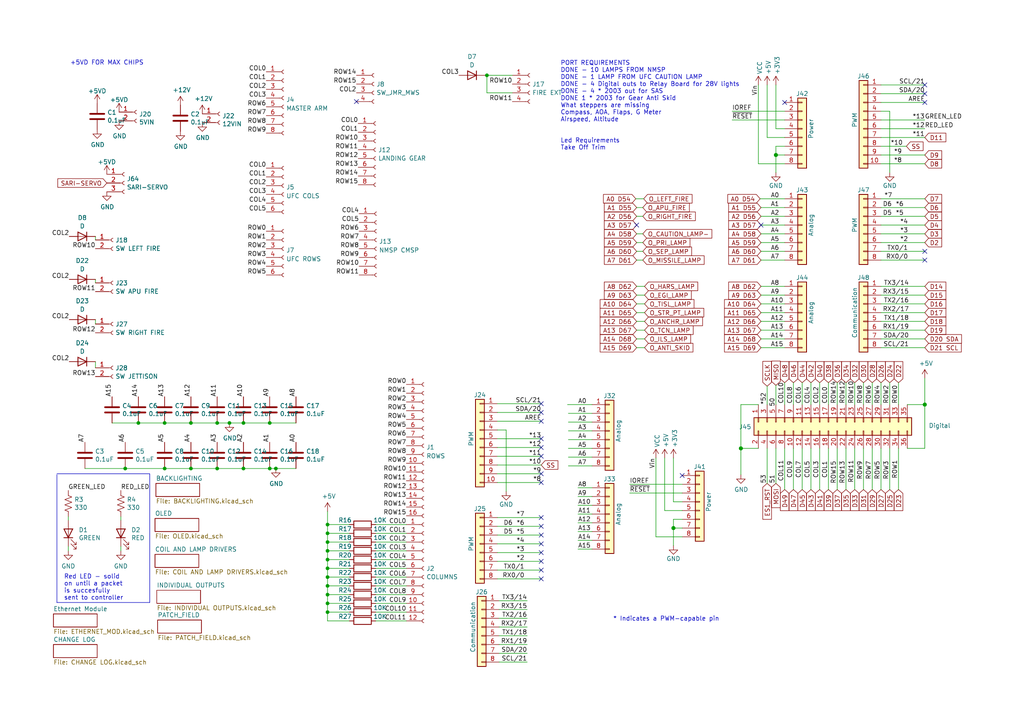
<source format=kicad_sch>
(kicad_sch (version 20231120) (generator "eeschema") (generator_version "8.0")
  (paper "A4")
  (title_block (date "mar. 31 mars 2015"))
  (junction (at 94.996 164.846))
  (junction (at 94.996 157.226))
  (junction (at 40.132 122.682))
  (junction (at 94.996 172.466))
  (junction (at 214.884 130.048) (diameter 1.016))
  (junction (at 62.992 135.89))
  (junction (at 78.232 135.89))
  (junction (at 141.224 21.844))
  (junction (at 78.232 122.682))
  (junction (at 225.044 44.958) (diameter 1.016))
  (junction (at 80.01 135.89))
  (junction (at 55.372 135.89))
  (junction (at 94.996 167.386))
  (junction (at 55.372 122.682))
  (junction (at 94.996 177.546))
  (junction (at 94.996 152.146))
  (junction (at 47.752 122.682))
  (junction (at 94.996 159.766))
  (junction (at 94.996 154.686))
  (junction (at 94.996 169.926))
  (junction (at 62.992 122.682))
  (junction (at 47.752 135.89))
  (junction (at 70.612 122.682))
  (junction (at 70.612 135.89))
  (junction (at 36.322 135.89))
  (junction (at 94.996 175.006))
  (junction (at 94.996 162.306))
  (junction (at 195.326 153.162) (diameter 1.016))
  (junction (at 268.224 117.348) (diameter 1.016))
  (junction (at 66.548 122.682))
  (no_connect (at 156.972 167.894))
  (no_connect (at 156.972 162.814))
  (no_connect (at 156.972 117.094))
  (no_connect (at 156.972 165.354))
  (no_connect (at 156.972 129.794))
  (no_connect (at 156.972 122.174))
  (no_connect (at 156.972 132.334))
  (no_connect (at 156.972 139.954))
  (no_connect (at 156.972 152.654))
  (no_connect (at 156.972 119.634))
  (no_connect (at 156.972 137.414))
  (no_connect (at 156.972 150.114))
  (no_connect (at 197.866 137.922))
  (no_connect (at 156.972 160.274))
  (no_connect (at 220.726 65.278))
  (no_connect (at 156.972 155.194))
  (no_connect (at 156.972 127.254))
  (no_connect (at 184.658 65.278))
  (no_connect (at 227.584 29.718))
  (no_connect (at 268.224 29.718))
  (no_connect (at 268.224 27.178))
  (no_connect (at 268.224 24.638))
  (no_connect (at 268.224 72.898))
  (no_connect (at 268.224 75.438))
  (no_connect (at 103.378 29.464))
  (no_connect (at 156.972 157.734))
  (wire (pts (xy 140.716 21.844) (xy 141.224 21.844)))
  (wire (pts (xy 108.966 175.006) (xy 117.856 175.006)))
  (wire (pts (xy 255.524 75.438) (xy 268.224 75.438)))
  (wire (pts (xy 255.524 42.418) (xy 262.89 42.418)))
  (wire (pts (xy 309.626 83.058) (xy 315.468 83.058)))
  (wire (pts (xy 220.472 57.658) (xy 227.584 57.658)))
  (polyline (pts (xy 43.434 174.752) (xy 43.434 137.414)))
  (wire (pts (xy 94.996 175.006) (xy 94.996 177.546)))
  (wire (pts (xy 144.272 167.894) (xy 156.972 167.894)))
  (wire (pts (xy 101.346 169.926) (xy 94.996 169.926)))
  (wire (pts (xy 220.726 62.738) (xy 227.584 62.738)))
  (wire (pts (xy 190.246 155.702) (xy 190.246 132.842)))
  (wire (pts (xy 237.744 110.998) (xy 237.744 117.348)))
  (wire (pts (xy 184.658 98.298) (xy 186.944 98.298)))
  (wire (pts (xy 184.658 100.838) (xy 186.944 100.838)))
  (wire (pts (xy 220.726 83.058) (xy 227.584 83.058)))
  (wire (pts (xy 255.524 24.638) (xy 268.224 24.638)))
  (polyline (pts (xy 16.51 137.414) (xy 43.434 137.414)))
  (wire (pts (xy 220.726 100.838) (xy 227.584 100.838)))
  (wire (pts (xy 146.812 124.714) (xy 146.812 142.494)))
  (wire (pts (xy 144.272 160.274) (xy 156.972 160.274)))
  (wire (pts (xy 268.224 117.348) (xy 268.224 130.048)))
  (wire (pts (xy 101.346 152.146) (xy 94.996 152.146)))
  (wire (pts (xy 309.372 70.358) (xy 315.468 70.358)))
  (wire (pts (xy 66.548 122.682) (xy 70.612 122.682)))
  (wire (pts (xy 184.658 95.758) (xy 186.944 95.758)))
  (wire (pts (xy 141.224 26.924) (xy 141.224 21.844)))
  (wire (pts (xy 62.992 135.89) (xy 70.612 135.89)))
  (wire (pts (xy 219.964 117.348) (xy 214.884 117.348)))
  (wire (pts (xy 220.726 90.678) (xy 227.584 90.678)))
  (wire (pts (xy 164.846 130.048) (xy 171.704 130.048)))
  (wire (pts (xy 245.364 110.998) (xy 245.364 117.348)))
  (wire (pts (xy 255.524 88.138) (xy 268.224 88.138)))
  (wire (pts (xy 225.044 42.418) (xy 225.044 44.958)))
  (wire (pts (xy 220.726 75.438) (xy 227.584 75.438)))
  (wire (pts (xy 184.404 57.658) (xy 186.69 57.658)))
  (wire (pts (xy 101.346 157.226) (xy 94.996 157.226)))
  (wire (pts (xy 242.824 130.048) (xy 242.824 141.986)))
  (wire (pts (xy 232.664 110.998) (xy 232.664 117.348)))
  (wire (pts (xy 164.846 135.128) (xy 171.704 135.128)))
  (wire (pts (xy 108.966 164.846) (xy 117.856 164.846)))
  (wire (pts (xy 197.866 155.702) (xy 190.246 155.702)))
  (wire (pts (xy 94.996 180.086) (xy 101.346 180.086)))
  (wire (pts (xy 184.658 62.738) (xy 186.436 62.738)))
  (wire (pts (xy 225.044 111.76) (xy 225.044 117.348)))
  (wire (pts (xy 94.996 177.546) (xy 101.346 177.546)))
  (wire (pts (xy 144.272 132.334) (xy 156.972 132.334)))
  (wire (pts (xy 94.996 177.546) (xy 94.996 180.086)))
  (wire (pts (xy 108.966 154.686) (xy 117.856 154.686)))
  (wire (pts (xy 101.346 162.306) (xy 94.996 162.306)))
  (wire (pts (xy 225.044 44.958) (xy 225.044 50.038)))
  (wire (pts (xy 27.686 92.71) (xy 27.686 93.98)))
  (wire (pts (xy 167.64 154.178) (xy 171.704 154.178)))
  (wire (pts (xy 255.524 130.048) (xy 255.524 141.986)))
  (wire (pts (xy 182.626 140.462) (xy 197.866 140.462)))
  (wire (pts (xy 225.044 37.338) (xy 227.584 37.338)))
  (wire (pts (xy 144.272 137.414) (xy 156.972 137.414)))
  (wire (pts (xy 240.284 130.048) (xy 240.284 141.986)))
  (wire (pts (xy 182.626 143.002) (xy 197.866 143.002)))
  (wire (pts (xy 222.504 39.878) (xy 227.584 39.878)))
  (wire (pts (xy 245.364 130.048) (xy 245.364 141.986)))
  (wire (pts (xy 184.658 90.678) (xy 186.944 90.678)))
  (wire (pts (xy 19.812 149.86) (xy 19.812 150.876)))
  (wire (pts (xy 222.504 24.638) (xy 222.504 39.878)))
  (wire (pts (xy 309.372 57.658) (xy 315.468 57.658)))
  (wire (pts (xy 230.124 130.048) (xy 230.124 141.986)))
  (polyline (pts (xy 16.51 137.668) (xy 16.51 174.752)))
  (wire (pts (xy 252.984 130.048) (xy 252.984 141.986)))
  (wire (pts (xy 94.996 148.336) (xy 94.996 152.146)))
  (wire (pts (xy 220.726 72.898) (xy 227.584 72.898)))
  (wire (pts (xy 144.272 152.654) (xy 156.972 152.654)))
  (wire (pts (xy 108.966 180.086) (xy 117.856 180.086)))
  (wire (pts (xy 184.658 85.598) (xy 186.944 85.598)))
  (wire (pts (xy 255.524 34.798) (xy 268.224 34.798)))
  (wire (pts (xy 220.726 98.298) (xy 227.584 98.298)))
  (wire (pts (xy 108.966 157.226) (xy 117.856 157.226)))
  (wire (pts (xy 225.044 24.638) (xy 225.044 37.338)))
  (wire (pts (xy 220.726 88.138) (xy 227.584 88.138)))
  (wire (pts (xy 255.524 57.658) (xy 268.224 57.658)))
  (wire (pts (xy 141.224 21.844) (xy 148.59 21.844)))
  (wire (pts (xy 255.524 37.338) (xy 268.224 37.338)))
  (wire (pts (xy 62.992 122.682) (xy 66.548 122.682)))
  (wire (pts (xy 255.524 60.198) (xy 268.224 60.198)))
  (wire (pts (xy 144.78 174.244) (xy 152.908 174.244)))
  (wire (pts (xy 144.272 119.634) (xy 156.972 119.634)))
  (wire (pts (xy 167.64 144.018) (xy 171.704 144.018)))
  (wire (pts (xy 255.524 90.678) (xy 268.224 90.678)))
  (wire (pts (xy 164.846 122.428) (xy 171.704 122.428)))
  (wire (pts (xy 192.786 132.842) (xy 192.786 148.082)))
  (wire (pts (xy 195.326 132.842) (xy 195.326 145.542)))
  (wire (pts (xy 255.524 95.758) (xy 268.224 95.758)))
  (wire (pts (xy 195.326 150.622) (xy 195.326 153.162)))
  (wire (pts (xy 144.78 179.324) (xy 152.908 179.324)))
  (wire (pts (xy 164.846 127.508) (xy 171.704 127.508)))
  (wire (pts (xy 167.64 149.098) (xy 171.704 149.098)))
  (wire (pts (xy 144.272 124.714) (xy 146.812 124.714)))
  (wire (pts (xy 214.884 117.348) (xy 214.884 130.048)))
  (wire (pts (xy 101.346 175.006) (xy 94.996 175.006)))
  (wire (pts (xy 101.346 172.466) (xy 94.996 172.466)))
  (wire (pts (xy 219.964 130.048) (xy 214.884 130.048)))
  (wire (pts (xy 101.346 154.686) (xy 94.996 154.686)))
  (wire (pts (xy 255.524 44.958) (xy 268.224 44.958)))
  (wire (pts (xy 108.966 162.306) (xy 117.856 162.306)))
  (wire (pts (xy 144.272 165.354) (xy 156.972 165.354)))
  (wire (pts (xy 220.726 67.818) (xy 227.584 67.818)))
  (wire (pts (xy 144.272 157.734) (xy 156.972 157.734)))
  (wire (pts (xy 85.852 135.89) (xy 80.01 135.89)))
  (wire (pts (xy 235.204 110.998) (xy 235.204 117.348)))
  (wire (pts (xy 108.966 172.466) (xy 117.856 172.466)))
  (wire (pts (xy 250.444 130.048) (xy 250.444 141.986)))
  (wire (pts (xy 255.524 65.278) (xy 268.224 65.278)))
  (wire (pts (xy 101.346 159.766) (xy 94.996 159.766)))
  (wire (pts (xy 184.658 72.898) (xy 186.436 72.898)))
  (wire (pts (xy 242.824 110.998) (xy 242.824 117.348)))
  (wire (pts (xy 237.744 130.048) (xy 237.744 141.986)))
  (wire (pts (xy 184.658 93.218) (xy 186.944 93.218)))
  (wire (pts (xy 144.272 129.794) (xy 156.972 129.794)))
  (wire (pts (xy 227.584 130.048) (xy 227.584 141.986)))
  (wire (pts (xy 220.726 70.358) (xy 227.584 70.358)))
  (wire (pts (xy 195.326 153.162) (xy 195.326 158.242)))
  (wire (pts (xy 212.344 32.258) (xy 227.584 32.258)))
  (wire (pts (xy 70.612 135.89) (xy 78.232 135.89)))
  (wire (pts (xy 144.78 176.784) (xy 152.908 176.784)))
  (wire (pts (xy 94.996 172.466) (xy 94.996 175.006)))
  (wire (pts (xy 36.322 135.89) (xy 47.752 135.89)))
  (wire (pts (xy 197.866 150.622) (xy 195.326 150.622)))
  (wire (pts (xy 167.64 156.718) (xy 171.704 156.718)))
  (wire (pts (xy 255.524 85.598) (xy 268.224 85.598)))
  (wire (pts (xy 184.658 67.818) (xy 186.436 67.818)))
  (wire (pts (xy 268.224 109.728) (xy 268.224 117.348)))
  (wire (pts (xy 35.052 158.496) (xy 35.052 159.766)))
  (wire (pts (xy 258.064 32.258) (xy 258.064 50.038)))
  (wire (pts (xy 144.272 162.814) (xy 156.972 162.814)))
  (wire (pts (xy 94.996 169.926) (xy 94.996 172.466)))
  (wire (pts (xy 255.524 100.838) (xy 268.224 100.838)))
  (wire (pts (xy 167.64 159.258) (xy 171.704 159.258)))
  (wire (pts (xy 144.78 192.024) (xy 152.908 192.024)))
  (wire (pts (xy 255.524 29.718) (xy 268.224 29.718)))
  (wire (pts (xy 167.64 141.478) (xy 171.704 141.478)))
  (wire (pts (xy 263.144 117.348) (xy 268.224 117.348)))
  (wire (pts (xy 260.604 110.998) (xy 260.604 117.348)))
  (wire (pts (xy 255.524 93.218) (xy 268.224 93.218)))
  (wire (pts (xy 220.726 65.278) (xy 227.584 65.278)))
  (wire (pts (xy 35.052 149.86) (xy 35.052 150.876)))
  (wire (pts (xy 144.78 186.944) (xy 152.908 186.944)))
  (wire (pts (xy 220.726 95.758) (xy 227.584 95.758)))
  (wire (pts (xy 167.64 151.638) (xy 171.704 151.638)))
  (wire (pts (xy 212.344 34.798) (xy 227.584 34.798)))
  (wire (pts (xy 108.966 167.386) (xy 117.856 167.386)))
  (wire (pts (xy 148.59 26.924) (xy 141.224 26.924)))
  (wire (pts (xy 227.584 44.958) (xy 225.044 44.958)))
  (wire (pts (xy 164.592 117.348) (xy 171.704 117.348)))
  (wire (pts (xy 258.064 110.998) (xy 258.064 117.348)))
  (wire (pts (xy 94.996 164.846) (xy 94.996 167.386)))
  (wire (pts (xy 144.272 155.194) (xy 156.972 155.194)))
  (wire (pts (xy 315.468 95.758) (xy 309.88 95.758)))
  (wire (pts (xy 195.326 145.542) (xy 197.866 145.542)))
  (wire (pts (xy 62.992 122.682) (xy 55.372 122.682)))
  (wire (pts (xy 250.444 110.998) (xy 250.444 117.348)))
  (polyline (pts (xy 16.51 174.752) (xy 43.434 174.752)))
  (wire (pts (xy 315.468 88.138) (xy 309.88 88.138)))
  (wire (pts (xy 47.752 122.682) (xy 40.132 122.682)))
  (wire (pts (xy 144.272 150.114) (xy 156.972 150.114)))
  (wire (pts (xy 220.726 60.198) (xy 227.584 60.198)))
  (wire (pts (xy 184.658 60.198) (xy 186.436 60.198)))
  (wire (pts (xy 255.524 110.998) (xy 255.524 117.348)))
  (wire (pts (xy 227.584 47.498) (xy 219.964 47.498)))
  (wire (pts (xy 222.504 112.014) (xy 222.504 117.348)))
  (wire (pts (xy 220.726 85.598) (xy 227.584 85.598)))
  (wire (pts (xy 230.124 110.998) (xy 230.124 117.348)))
  (wire (pts (xy 225.044 130.048) (xy 225.044 140.208)))
  (wire (pts (xy 40.132 122.682) (xy 32.512 122.682)))
  (wire (pts (xy 247.904 110.998) (xy 247.904 117.348)))
  (wire (pts (xy 309.372 62.738) (xy 315.468 62.738)))
  (wire (pts (xy 255.524 83.058) (xy 268.224 83.058)))
  (wire (pts (xy 247.904 130.048) (xy 247.904 141.986)))
  (wire (pts (xy 164.846 132.588) (xy 171.704 132.588)))
  (wire (pts (xy 144.78 181.864) (xy 152.908 181.864)))
  (wire (pts (xy 144.272 127.254) (xy 156.972 127.254)))
  (wire (pts (xy 222.504 130.048) (xy 222.504 140.208)))
  (wire (pts (xy 255.524 32.258) (xy 258.064 32.258)))
  (wire (pts (xy 232.664 130.048) (xy 232.664 141.986)))
  (wire (pts (xy 220.726 93.218) (xy 227.584 93.218)))
  (wire (pts (xy 227.584 42.418) (xy 225.044 42.418)))
  (wire (pts (xy 144.272 117.094) (xy 156.972 117.094)))
  (wire (pts (xy 144.78 184.404) (xy 152.908 184.404)))
  (wire (pts (xy 94.996 157.226) (xy 94.996 159.766)))
  (wire (pts (xy 101.346 164.846) (xy 94.996 164.846)))
  (wire (pts (xy 184.658 88.138) (xy 186.944 88.138)))
  (wire (pts (xy 315.468 93.218) (xy 309.88 93.218)))
  (wire (pts (xy 255.524 39.878) (xy 268.224 39.878)))
  (wire (pts (xy 315.468 100.838) (xy 309.88 100.838)))
  (wire (pts (xy 70.612 122.682) (xy 78.232 122.682)))
  (wire (pts (xy 94.996 167.386) (xy 94.996 169.926)))
  (wire (pts (xy 197.866 153.162) (xy 195.326 153.162)))
  (wire (pts (xy 144.272 139.954) (xy 156.972 139.954)))
  (wire (pts (xy 184.658 75.438) (xy 186.436 75.438)))
  (wire (pts (xy 108.966 159.766) (xy 117.856 159.766)))
  (wire (pts (xy 255.524 62.738) (xy 268.224 62.738)))
  (wire (pts (xy 144.78 189.484) (xy 152.908 189.484)))
  (wire (pts (xy 94.996 152.146) (xy 94.996 154.686)))
  (wire (pts (xy 164.846 124.968) (xy 171.704 124.968)))
  (wire (pts (xy 255.524 98.298) (xy 268.224 98.298)))
  (wire (pts (xy 27.686 104.902) (xy 27.686 106.68)))
  (wire (pts (xy 268.224 130.048) (xy 263.144 130.048)))
  (wire (pts (xy 227.584 110.998) (xy 227.584 117.348)))
  (wire (pts (xy 24.638 135.89) (xy 36.322 135.89)))
  (wire (pts (xy 315.468 90.678) (xy 309.88 90.678)))
  (wire (pts (xy 94.996 162.306) (xy 94.996 164.846)))
  (wire (pts (xy 80.01 135.89) (xy 78.232 135.89)))
  (wire (pts (xy 260.604 130.048) (xy 260.604 141.986)))
  (wire (pts (xy 55.372 122.682) (xy 47.752 122.682)))
  (wire (pts (xy 62.992 135.89) (xy 55.372 135.89)))
  (wire (pts (xy 27.686 81.026) (xy 27.686 82.042)))
  (wire (pts (xy 255.524 27.178) (xy 268.224 27.178)))
  (wire (pts (xy 258.064 130.048) (xy 258.064 141.986)))
  (wire (pts (xy 255.524 70.358) (xy 268.224 70.358)))
  (wire (pts (xy 252.984 110.998) (xy 252.984 117.348)))
  (wire (pts (xy 108.966 177.546) (xy 117.856 177.546)))
  (wire (pts (xy 255.524 67.818) (xy 268.224 67.818)))
  (wire (pts (xy 164.846 119.888) (xy 171.704 119.888)))
  (wire (pts (xy 108.966 152.146) (xy 117.856 152.146)))
  (wire (pts (xy 235.204 130.048) (xy 235.204 141.986)))
  (wire (pts (xy 55.372 135.89) (xy 47.752 135.89)))
  (wire (pts (xy 94.996 154.686) (xy 94.996 157.226)))
  (wire (pts (xy 167.64 146.558) (xy 171.704 146.558)))
  (wire (pts (xy 184.658 83.058) (xy 186.944 83.058)))
  (wire (pts (xy 184.658 70.358) (xy 186.436 70.358)))
  (wire (pts (xy 255.524 72.898) (xy 268.224 72.898)))
  (wire (pts (xy 144.272 122.174) (xy 156.972 122.174)))
  (wire (pts (xy 219.964 47.498) (xy 219.964 24.638)))
  (wire (pts (xy 214.884 130.048) (xy 214.884 137.668)))
  (wire (pts (xy 144.272 134.874) (xy 156.972 134.874)))
  (wire (pts (xy 85.852 122.682) (xy 78.232 122.682)))
  (wire (pts (xy 192.786 148.082) (xy 197.866 148.082)))
  (wire (pts (xy 19.812 158.496) (xy 19.812 159.766)))
  (wire (pts (xy 240.284 110.998) (xy 240.284 117.348)))
  (wire (pts (xy 94.996 159.766) (xy 94.996 162.306)))
  (wire (pts (xy 309.372 60.198) (xy 315.468 60.198)))
  (wire (pts (xy 315.468 98.298) (xy 309.88 98.298)))
  (wire (pts (xy 108.966 169.926) (xy 117.856 169.926)))
  (wire (pts (xy 27.686 68.58) (xy 27.686 69.596)))
  (wire (pts (xy 255.524 47.498) (xy 268.224 47.498)))
  (wire (pts (xy 101.346 167.386) (xy 94.996 167.386)))
  (text "Red LED - solid\non until a packet\nis succesfully \nsent to controller" (at 18.542 174.244 0) (effects (font (size 1.27 1.27)) (justify left bottom)))
  (text "+5VD FOR MAX CHIPS" (at 20.32 19.05 0) (effects (font (size 1.27 1.27)) (justify left bottom)))
  (text "* Indicates a PWM-capable pin" (at 177.8 180.34 0) (effects (font (size 1.27 1.27)) (justify left bottom)))
  (text "PORT REQUIREMENTS\nDONE - 10 LAMPS FROM NMSP\nDONE - 1 LAMP FROM UFC CAUTION LAMP\nDONE - 4 Digital outs to Relay Board for 28V lights\nDONE - 4 * 2003 out for SAS\nDONE 1 * 2003 for Gear Anti Skid\nWhat steppers are missing\nCompass, AOA, Flaps, G Meter\nAirspeed, Altitude\n\n\nLed Requirements \nTake Off Trim\n" (at 162.56 43.688 0) (effects (font (size 1.27 1.27)) (justify left bottom)))
  (label "A10" (at 223.52 88.138 0))
  (label "*6" (at 152.146 152.654 180))
  (label "RX0{slash}0" (at 263.398 75.438 180))
  (label "A15" (at 223.52 100.838 0))
  (label "COL3" (at 77.216 56.388 180))
  (label "D6" (at 146.05 152.654 0))
  (label "COL2" (at 20.066 104.902 180))
  (label "A2" (at 223.52 62.738 0))
  (label "RX2{slash}17" (at 263.652 90.678 180))
  (label "ROW10" (at 117.856 136.906 180))
  (label "A10" (at 167.64 146.558 0))
  (label "*4" (at 263.398 65.278 180))
  (label "*8" (at 156.972 139.954 180))
  (label "D5" (at 256.032 62.738 0))
  (label "A8" (at 85.852 115.062 90))
  (label "A9" (at 167.64 144.018 0))
  (label "ROW10" (at 247.904 117.094 90))
  (label "RX3{slash}15" (at 152.908 176.784 180))
  (label "ROW15" (at 242.824 133.604 270))
  (label "SDA{slash}20" (at 263.652 98.298 180))
  (label "ROW14" (at 242.824 117.094 90))
  (label "COL2" (at 237.744 117.094 90))
  (label "RX1{slash}19" (at 152.908 186.944 180))
  (label "*2" (at 152.146 162.814 180))
  (label "*2" (at 263.398 70.358 180))
  (label "ROW4" (at 77.216 77.216 180))
  (label "Vin" (at 190.246 132.842 270))
  (label "*13" (at 156.972 127.254 180))
  (label "ROW13" (at 27.686 109.22 180))
  (label "TX1{slash}18" (at 263.652 93.218 180))
  (label "ROW7" (at 117.856 129.286 180))
  (label "A4" (at 167.64 127.508 0))
  (label "A3" (at 223.52 65.278 0))
  (label "ROW10" (at 148.59 24.384 180))
  (label "*5" (at 152.146 155.194 180))
  (label "*13" (at 268.224 34.798 180))
  (label "GREEN_LED" (at 268.224 34.798 0))
  (label "ROW11" (at 117.856 139.446 180))
  (label "ROW9" (at 250.444 133.604 270))
  (label "ROW10" (at 27.686 72.136 180))
  (label "ROW11" (at 148.59 29.464 180))
  (label "*52" (at 222.504 113.792 270))
  (label "*12" (at 268.224 37.338 180))
  (label "*10" (at 156.972 134.874 180))
  (label "RED_LED" (at 35.052 142.24 0))
  (label "~{RESET}" (at 212.344 34.798 0))
  (label "D6" (at 256.032 60.198 0))
  (label "ROW10" (at 104.14 77.216 180))
  (label "COL10" (at 117.856 177.546 180))
  (label "ROW11" (at 247.904 133.35 270))
  (label "COL1" (at 103.886 38.354 180))
  (label "A5" (at 167.64 130.048 0))
  (label "ROW8" (at 250.444 117.094 90))
  (label "COL8" (at 230.124 117.094 90))
  (label "COL5" (at 235.204 133.604 270))
  (label "*10" (at 261.874 42.418 180))
  (label "COL6" (at 117.856 167.386 180))
  (label "COL11" (at 117.856 180.086 180))
  (label "A4" (at 55.372 128.27 90))
  (label "ROW1" (at 77.216 69.596 180))
  (label "ROW5" (at 255.524 133.604 270))
  (label "COL5" (at 77.216 61.468 180))
  (label "*4" (at 152.146 157.734 180))
  (label "D5" (at 146.05 155.194 0))
  (label "ROW4" (at 117.856 121.666 180))
  (label "ROW3" (at 258.064 133.604 270))
  (label "ROW13" (at 103.886 48.514 180))
  (label "*12" (at 156.972 129.794 180))
  (label "A10" (at 70.612 115.062 90))
  (label "A1" (at 167.64 119.888 0))
  (label "ROW7" (at 104.14 69.596 180))
  (label "ROW5" (at 117.856 124.206 180))
  (label "TX3{slash}14" (at 152.908 174.244 180))
  (label "A7" (at 24.638 128.27 90))
  (label "*9" (at 156.972 137.414 180))
  (label "COL7" (at 232.664 133.604 270))
  (label "A15" (at 167.64 159.258 0))
  (label "A0" (at 167.64 117.348 0))
  (label "SCL{slash}21" (at 152.908 192.024 180))
  (label "ROW10" (at 103.886 40.894 180))
  (label "COL2" (at 77.216 53.848 180))
  (label "A6" (at 36.322 128.27 90))
  (label "A13" (at 223.52 95.758 0))
  (label "SDA{slash}20" (at 156.972 119.634 180))
  (label "A14" (at 40.132 115.062 90))
  (label "COL5" (at 104.14 64.516 180))
  (label "ROW11" (at 103.886 43.434 180))
  (label "ROW9" (at 117.856 134.366 180))
  (label "ROW9" (at 104.14 74.676 180))
  (label "ROW12" (at 117.856 141.986 180))
  (label "A12" (at 167.64 151.638 0))
  (label "ROW11" (at 27.686 84.582 180))
  (label "51" (at 225.044 140.208 90))
  (label "ROW5" (at 77.216 79.756 180))
  (label "A2" (at 70.612 128.27 90))
  (label "A15" (at 32.512 115.062 90))
  (label "COL7" (at 117.856 169.926 180))
  (label "*7" (at 258.826 57.658 180))
  (label "SDA{slash}20" (at 268.224 27.178 180))
  (label "ROW2" (at 258.064 117.094 90))
  (label "*8" (at 261.62 47.498 180))
  (label "A9" (at 78.232 115.062 90))
  (label "COL5" (at 117.856 164.846 180))
  (label "ROW6" (at 104.14 67.056 180))
  (label "ROW6" (at 77.216 30.988 180))
  (label "COL2" (at 77.216 25.908 180))
  (label "ROW12" (at 103.886 45.974 180))
  (label "COL0" (at 77.216 48.768 180))
  (label "RX2{slash}17" (at 152.908 181.864 180))
  (label "ROW13" (at 117.856 144.526 180))
  (label "A9" (at 223.52 85.598 0))
  (label "COL1" (at 240.284 133.604 270))
  (label "ROW3" (at 117.856 119.126 180))
  (label "ROW14" (at 117.856 147.066 180))
  (label "RX0{slash}0" (at 152.146 167.894 180))
  (label "COL2" (at 103.378 26.924 180))
  (label "*11" (at 268.224 39.878 180))
  (label "ROW15" (at 117.856 149.606 180))
  (label "COL2" (at 117.856 157.226 180))
  (label "COL3" (at 133.096 21.844 180))
  (label "*3" (at 263.398 67.818 180))
  (label "A0" (at 85.852 128.27 90))
  (label "COL2" (at 20.066 92.71 180))
  (label "COL3" (at 77.216 28.448 180))
  (label "ROW9" (at 77.216 38.608 180))
  (label "ROW4" (at 255.524 117.094 90))
  (label "A6" (at 223.52 72.898 0))
  (label "COL3" (at 237.744 133.604 270))
  (label "ROW0" (at 117.856 111.506 180))
  (label "ROW6" (at 117.856 126.746 180))
  (label "TX1{slash}18" (at 152.908 184.404 180))
  (label "A1" (at 78.232 128.27 90))
  (label "RED_LED" (at 268.224 37.338 0))
  (label "A1" (at 223.52 60.198 0))
  (label "53" (at 222.504 140.208 90))
  (label "SDA{slash}20" (at 152.908 189.484 180))
  (label "TX0{slash}1" (at 263.398 72.898 180))
  (label "AREF" (at 156.972 122.174 180))
  (label "A3" (at 62.992 128.27 90))
  (label "A13" (at 167.64 154.178 0))
  (label "COL9" (at 230.124 133.604 270))
  (label "ROW8" (at 77.216 36.068 180))
  (label "RX1{slash}19" (at 263.652 95.758 180))
  (label "ROW14" (at 103.378 21.844 180))
  (label "IOREF" (at 182.626 140.462 0))
  (label "A0" (at 223.52 57.658 0))
  (label "AREF" (at 268.224 29.718 180))
  (label "COL3" (at 117.856 159.766 180))
  (label "A14" (at 223.52 98.298 0))
  (label "A8" (at 223.52 83.058 0))
  (label "A13" (at 47.752 115.062 90))
  (label "A7" (at 167.64 135.128 0))
  (label "COL1" (at 77.216 51.308 180))
  (label "Vin" (at 219.964 24.638 270))
  (label "ROW0" (at 260.604 117.094 90))
  (label "A6" (at 167.64 132.588 0))
  (label "A12" (at 55.372 115.062 90))
  (label "A5" (at 47.752 128.27 90))
  (label "*6" (at 262.128 60.198 180))
  (label "COL2" (at 20.066 81.026 180))
  (label "SCL{slash}21" (at 268.224 24.638 180))
  (label "COL4" (at 235.204 117.094 90))
  (label "ROW8" (at 117.856 131.826 180))
  (label "*9" (at 261.62 44.958 180))
  (label "~{RESET}" (at 182.626 143.002 0))
  (label "ROW1" (at 117.856 114.046 180))
  (label "COL4" (at 77.216 58.928 180))
  (label "50" (at 225.044 115.316 270))
  (label "TX2{slash}16" (at 263.652 88.138 180))
  (label "ROW2" (at 77.216 72.136 180))
  (label "COL4" (at 104.14 61.976 180))
  (label "A11" (at 62.992 115.062 90))
  (label "ROW15" (at 103.886 53.594 180))
  (label "ROW11" (at 104.14 79.756 180))
  (label "ROW7" (at 252.984 133.604 270))
  (label "ROW12" (at 245.364 117.094 90))
  (label "TX0{slash}1" (at 152.146 165.354 180))
  (label "COL0" (at 103.886 35.814 180))
  (label "ROW1" (at 260.604 133.35 270))
  (label "*5" (at 262.128 62.738 180))
  (label "COL6" (at 232.664 117.094 90))
  (label "*11" (at 156.972 132.334 180))
  (label "ROW0" (at 77.216 67.056 180))
  (label "COL0" (at 77.216 20.828 180))
  (label "A2" (at 167.64 122.428 0))
  (label "ROW13" (at 245.364 133.604 270))
  (label "IOREF" (at 212.344 32.258 0))
  (label "TX2{slash}16" (at 152.908 179.324 180))
  (label "ROW3" (at 77.216 74.676 180))
  (label "*7" (at 152.146 150.114 180))
  (label "GREEN_LED" (at 19.812 142.24 0))
  (label "COL0" (at 240.284 117.094 90))
  (label "A7" (at 223.52 75.438 0))
  (label "ROW12" (at 27.686 96.52 180))
  (label "COL1" (at 117.856 154.686 180))
  (label "A3" (at 167.64 124.968 0))
  (label "A11" (at 223.52 90.678 0))
  (label "A4" (at 223.52 67.818 0))
  (label "ROW6" (at 252.984 117.094 90))
  (label "A5" (at 223.52 70.358 0))
  (label "RX3{slash}15" (at 263.652 85.598 180))
  (label "SCL{slash}21" (at 156.972 117.094 180))
  (label "TX3{slash}14" (at 263.652 83.058 180))
  (label "COL11" (at 227.584 133.35 270))
  (label "ROW15" (at 103.378 24.384 180))
  (label "COL1" (at 77.216 23.368 180))
  (label "A11" (at 167.64 149.098 0))
  (label "ROW2" (at 117.856 116.586 180))
  (label "COL0" (at 117.856 152.146 180))
  (label "A8" (at 167.64 141.478 0))
  (label "COL10" (at 227.584 117.094 90))
  (label "*3" (at 152.146 160.274 180))
  (label "COL9" (at 117.856 175.006 180))
  (label "ROW8" (at 104.14 72.136 180))
  (label "ROW14" (at 103.886 51.054 180))
  (label "COL2" (at 20.066 68.58 180))
  (label "A12" (at 223.52 93.218 0))
  (label "A14" (at 167.64 156.718 0))
  (label "COL4" (at 117.856 162.306 180))
  (label "SCL{slash}21" (at 263.652 100.838 180))
  (label "ROW7" (at 77.216 33.528 180))
  (label "COL8" (at 117.856 172.466 180))
  (global_label "D2" (shape input) (at 309.372 70.358 180) (property "Intersheetrefs" "${INTERSHEET_REFS}" (effects (hide yes))))
  (global_label "D48" (shape input) (at 227.584 110.998 90) (property "Intersheetrefs" "${INTERSHEET_REFS}" (effects (hide yes))))
  (global_label "D33" (shape input) (at 247.904 141.986 270) (property "Intersheetrefs" "${INTERSHEET_REFS}" (effects (hide yes))))
  (global_label "D40" (shape input) (at 237.744 110.998 90) (property "Intersheetrefs" "${INTERSHEET_REFS}" (effects (hide yes))))
  (global_label "D47" (shape input) (at 230.124 141.986 270) (property "Intersheetrefs" "${INTERSHEET_REFS}" (effects (hide yes))))
  (global_label "O_TISL_LAMP" (shape input) (at 186.944 88.138 0) (property "Intersheetrefs" "${INTERSHEET_REFS}" (effects (hide yes))))
  (global_label "A5 D59" (shape input) (at 184.658 70.358 180) (property "Intersheetrefs" "${INTERSHEET_REFS}" (effects (hide yes))))
  (global_label "A1 D55" (shape input) (at 220.726 60.198 180) (property "Intersheetrefs" "${INTERSHEET_REFS}" (effects (hide yes))))
  (global_label "D21 SCL" (shape input) (at 309.88 100.838 180) (property "Intersheetrefs" "${INTERSHEET_REFS}" (effects (hide yes))))
  (global_label "SARI-SERVO" (shape input) (at 315.468 83.058 0) (property "Intersheetrefs" "${INTERSHEET_REFS}" (effects (hide yes))))
  (global_label "A15 D69" (shape input) (at 220.726 100.838 180) (property "Intersheetrefs" "${INTERSHEET_REFS}" (effects (hide yes))))
  (global_label "ZERO_DETECT_SARI" (shape input) (at 315.468 60.198 0) (property "Intersheetrefs" "${INTERSHEET_REFS}" (effects (hide yes))))
  (global_label "D28" (shape input) (at 252.984 110.998 90) (property "Intersheetrefs" "${INTERSHEET_REFS}" (effects (hide yes))))
  (global_label "D32" (shape input) (at 247.904 110.998 90) (property "Intersheetrefs" "${INTERSHEET_REFS}" (effects (hide yes))))
  (global_label "O_RIGHT_FIRE" (shape input) (at 186.436 62.738 0) (property "Intersheetrefs" "${INTERSHEET_REFS}" (effects (hide yes))))
  (global_label "O_ANTI_SKID" (shape input) (at 186.944 100.838 0) (property "Intersheetrefs" "${INTERSHEET_REFS}" (effects (hide yes))))
  (global_label "D24" (shape input) (at 258.064 110.998 90) (property "Intersheetrefs" "${INTERSHEET_REFS}" (effects (hide yes))))
  (global_label "A14 D68" (shape input) (at 184.658 98.298 180) (property "Intersheetrefs" "${INTERSHEET_REFS}" (effects (hide yes))))
  (global_label "D35" (shape input) (at 245.364 141.986 270) (property "Intersheetrefs" "${INTERSHEET_REFS}" (effects (hide yes))))
  (global_label "A2 D56" (shape input) (at 220.726 62.738 180) (property "Intersheetrefs" "${INTERSHEET_REFS}" (effects (hide yes))))
  (global_label "SS" (shape input) (at 156.972 134.874 0) (property "Intersheetrefs" "${INTERSHEET_REFS}" (effects (hide yes))))
  (global_label "D3" (shape input) (at 268.224 67.818 0) (property "Intersheetrefs" "${INTERSHEET_REFS}" (effects (hide yes))))
  (global_label "O_LEFT_FIRE" (shape input) (at 186.69 57.658 0) (property "Intersheetrefs" "${INTERSHEET_REFS}" (effects (hide yes))))
  (global_label "D16" (shape input) (at 309.88 88.138 180) (property "Intersheetrefs" "${INTERSHEET_REFS}" (effects (hide yes))))
  (global_label "I2C_SEL_A2" (shape input) (at 315.468 95.758 0) (property "Intersheetrefs" "${INTERSHEET_REFS}" (effects (hide yes))))
  (global_label "SS" (shape input) (at 262.89 42.418 0) (property "Intersheetrefs" "${INTERSHEET_REFS}" (effects (hide yes))))
  (global_label "D17" (shape input) (at 268.224 90.678 0) (property "Intersheetrefs" "${INTERSHEET_REFS}" (effects (hide yes))))
  (global_label "D38" (shape input) (at 240.284 110.998 90) (property "Intersheetrefs" "${INTERSHEET_REFS}" (effects (hide yes))))
  (global_label "D8" (shape input) (at 268.224 47.498 0) (property "Intersheetrefs" "${INTERSHEET_REFS}" (effects (hide yes))))
  (global_label "D43" (shape input) (at 235.204 141.986 270) (property "Intersheetrefs" "${INTERSHEET_REFS}" (effects (hide yes))))
  (global_label "A14 D68" (shape input) (at 220.726 98.298 180) (property "Intersheetrefs" "${INTERSHEET_REFS}" (effects (hide yes))))
  (global_label "A2 D56" (shape input) (at 184.658 62.738 180) (property "Intersheetrefs" "${INTERSHEET_REFS}" (effects (hide yes))))
  (global_label "I2C_SEL_RESET" (shape input) (at 315.468 88.138 0) (property "Intersheetrefs" "${INTERSHEET_REFS}" (effects (hide yes))))
  (global_label "O_MISSILE_LAMP" (shape input) (at 186.436 75.438 0) (property "Intersheetrefs" "${INTERSHEET_REFS}" (effects (hide yes))))
  (global_label "O_ANCHR_LAMP" (shape input) (at 186.944 93.218 0) (property "Intersheetrefs" "${INTERSHEET_REFS}" (effects (hide yes))))
  (global_label "O_ILS_LAMP" (shape input) (at 186.944 98.298 0) (property "Intersheetrefs" "${INTERSHEET_REFS}" (effects (hide yes))))
  (global_label "D26" (shape input) (at 255.524 110.998 90) (property "Intersheetrefs" "${INTERSHEET_REFS}" (effects (hide yes))))
  (global_label "O_PRI_LAMP" (shape input) (at 186.436 70.358 0) (property "Intersheetrefs" "${INTERSHEET_REFS}" (effects (hide yes))))
  (global_label "D39" (shape input) (at 240.284 141.986 270) (property "Intersheetrefs" "${INTERSHEET_REFS}" (effects (hide yes))))
  (global_label "ES1_RST" (shape input) (at 222.504 140.208 270) (property "Intersheetrefs" "${INTERSHEET_REFS}" (effects (hide yes))))
  (global_label "D45" (shape input) (at 232.664 141.986 270) (property "Intersheetrefs" "${INTERSHEET_REFS}" (effects (hide yes))))
  (global_label "STEPPER_EN" (shape input) (at 315.468 62.738 0) (property "Intersheetrefs" "${INTERSHEET_REFS}" (effects (hide yes))))
  (global_label "D27" (shape input) (at 255.524 141.986 270) (property "Intersheetrefs" "${INTERSHEET_REFS}" (effects (hide yes))))
  (global_label "SARI-SERVO" (shape input) (at 30.988 53.086 180) (property "Intersheetrefs" "${INTERSHEET_REFS}" (effects (hide yes))))
  (global_label "MISO" (shape input) (at 225.044 111.76 90) (property "Intersheetrefs" "${INTERSHEET_REFS}" (effects (hide yes))))
  (global_label "A11 D65" (shape input) (at 184.658 90.678 180) (property "Intersheetrefs" "${INTERSHEET_REFS}" (effects (hide yes))))
  (global_label "A10 D64" (shape input) (at 220.726 88.138 180) (property "Intersheetrefs" "${INTERSHEET_REFS}" (effects (hide yes))))
  (global_label "D19" (shape input) (at 268.224 95.758 0) (property "Intersheetrefs" "${INTERSHEET_REFS}" (effects (hide yes))))
  (global_label "A0 D54" (shape input) (at 220.472 57.658 180) (property "Intersheetrefs" "${INTERSHEET_REFS}" (effects (hide yes))))
  (global_label "A9 D63" (shape input) (at 220.726 85.598 180) (property "Intersheetrefs" "${INTERSHEET_REFS}" (effects (hide yes))))
  (global_label "D9" (shape input) (at 268.224 44.958 0) (property "Intersheetrefs" "${INTERSHEET_REFS}" (effects (hide yes))))
  (global_label "O_APU_FIRE" (shape input) (at 186.436 60.198 0) (property "Intersheetrefs" "${INTERSHEET_REFS}" (effects (hide yes))))
  (global_label "D5" (shape input) (at 268.224 62.738 0) (property "Intersheetrefs" "${INTERSHEET_REFS}" (effects (hide yes))))
  (global_label "A8 D62" (shape input) (at 184.658 83.058 180) (property "Intersheetrefs" "${INTERSHEET_REFS}" (effects (hide yes))))
  (global_label "A8 D62" (shape input) (at 220.726 83.058 180) (property "Intersheetrefs" "${INTERSHEET_REFS}" (effects (hide yes))))
  (global_label "D46" (shape input) (at 230.124 110.998 90) (property "Intersheetrefs" "${INTERSHEET_REFS}" (effects (hide yes))))
  (global_label "A9 D63" (shape input) (at 184.658 85.598 180) (property "Intersheetrefs" "${INTERSHEET_REFS}" (effects (hide yes))))
  (global_label "SCL" (shape input) (at 315.468 100.838 0) (property "Intersheetrefs" "${INTERSHEET_REFS}" (effects (hide yes))))
  (global_label "A6 D60" (shape input) (at 184.658 72.898 180) (property "Intersheetrefs" "${INTERSHEET_REFS}" (effects (hide yes))))
  (global_label "MOSI" (shape input) (at 225.044 140.208 270) (property "Intersheetrefs" "${INTERSHEET_REFS}" (effects (hide yes))))
  (global_label "A12 D66" (shape input) (at 220.726 93.218 180) (property "Intersheetrefs" "${INTERSHEET_REFS}" (effects (hide yes))))
  (global_label "D44" (shape input) (at 232.664 110.998 90) (property "Intersheetrefs" "${INTERSHEET_REFS}" (effects (hide yes))))
  (global_label "D25" (shape input) (at 258.064 141.986 270) (property "Intersheetrefs" "${INTERSHEET_REFS}" (effects (hide yes))))
  (global_label "D36" (shape input) (at 242.824 110.998 90) (property "Intersheetrefs" "${INTERSHEET_REFS}" (effects (hide yes))))
  (global_label "D6" (shape input) (at 268.224 60.198 0) (property "Intersheetrefs" "${INTERSHEET_REFS}" (effects (hide yes))))
  (global_label "D7" (shape input) (at 268.224 57.658 0) (property "Intersheetrefs" "${INTERSHEET_REFS}" (effects (hide yes))))
  (global_label "SCLK" (shape input) (at 222.504 112.014 90) (property "Intersheetrefs" "${INTERSHEET_REFS}" (effects (hide yes))))
  (global_label "O_TCN_LAMP" (shape input) (at 186.944 95.758 0) (property "Intersheetrefs" "${INTERSHEET_REFS}" (effects (hide yes))))
  (global_label "O_EGI_LAMP" (shape input) (at 186.944 85.598 0) (property "Intersheetrefs" "${INTERSHEET_REFS}" (effects (hide yes))))
  (global_label "O_CAUTION_LAMP-" (shape input) (at 186.436 67.818 0) (property "Intersheetrefs" "${INTERSHEET_REFS}" (effects (hide yes))))
  (global_label "D2" (shape input) (at 268.224 70.358 0) (property "Intersheetrefs" "${INTERSHEET_REFS}" (effects (hide yes))))
  (global_label "D5" (shape input) (at 309.372 62.738 180) (property "Intersheetrefs" "${INTERSHEET_REFS}" (effects (hide yes))))
  (global_label "SDA" (shape input) (at 315.468 98.298 0) (property "Intersheetrefs" "${INTERSHEET_REFS}" (effects (hide yes))))
  (global_label "ZERO-DETECT-ALTIMETER" (shape input) (at 315.468 57.658 0) (property "Intersheetrefs" "${INTERSHEET_REFS}" (effects (hide yes))))
  (global_label "D20 SDA" (shape input) (at 309.88 98.298 180) (property "Intersheetrefs" "${INTERSHEET_REFS}" (effects (hide yes))))
  (global_label "D11" (shape input) (at 268.224 39.878 0) (property "Intersheetrefs" "${INTERSHEET_REFS}" (effects (hide yes))))
  (global_label "D29" (shape input) (at 252.984 141.986 270) (property "Intersheetrefs" "${INTERSHEET_REFS}" (effects (hide yes))))
  (global_label "D14" (shape input) (at 268.224 83.058 0) (property "Intersheetrefs" "${INTERSHEET_REFS}" (effects (hide yes))))
  (global_label "D22" (shape input) (at 260.604 110.998 90) (property "Intersheetrefs" "${INTERSHEET_REFS}" (effects (hide yes))))
  (global_label "D18" (shape input) (at 309.88 93.218 180) (property "Intersheetrefs" "${INTERSHEET_REFS}" (effects (hide yes))))
  (global_label "D16" (shape input) (at 268.224 88.138 0) (property "Intersheetrefs" "${INTERSHEET_REFS}" (effects (hide yes))))
  (global_label "D21 SCL" (shape input) (at 268.224 100.838 0) (property "Intersheetrefs" "${INTERSHEET_REFS}" (effects (hide yes))))
  (global_label "A0 D54" (shape input) (at 184.404 57.658 180) (property "Intersheetrefs" "${INTERSHEET_REFS}" (effects (hide yes))))
  (global_label "I2C_SEL_A1" (shape input) (at 315.468 93.218 0) (property "Intersheetrefs" "${INTERSHEET_REFS}" (effects (hide yes))))
  (global_label "D7" (shape input) (at 309.372 57.658 180) (property "Intersheetrefs" "${INTERSHEET_REFS}" (effects (hide yes))))
  (global_label "D34" (shape input) (at 245.364 110.998 90) (property "Intersheetrefs" "${INTERSHEET_REFS}" (effects (hide yes))))
  (global_label "A13 D67" (shape input) (at 184.658 95.758 180) (property "Intersheetrefs" "${INTERSHEET_REFS}" (effects (hide yes))))
  (global_label "D20 SDA" (shape input) (at 268.224 98.298 0) (property "Intersheetrefs" "${INTERSHEET_REFS}" (effects (hide yes))))
  (global_label "O_STR_PT_LAMP" (shape input) (at 186.944 90.678 0) (property "Intersheetrefs" "${INTERSHEET_REFS}" (effects (hide yes))))
  (global_label "D23" (shape input) (at 260.604 141.986 270) (property "Intersheetrefs" "${INTERSHEET_REFS}" (effects (hide yes))))
  (global_label "D30" (shape input) (at 250.444 110.998 90) (property "Intersheetrefs" "${INTERSHEET_REFS}" (effects (hide yes))))
  (global_label "D18" (shape input) (at 268.224 93.218 0) (property "Intersheetrefs" "${INTERSHEET_REFS}" (effects (hide yes))))
  (global_label "A3 D57" (shape input) (at 220.726 65.278 180) (property "Intersheetrefs" "${INTERSHEET_REFS}" (effects (hide yes))))
  (global_label "BACKLIGHT" (shape input) (at 315.468 70.358 0) (property "Intersheetrefs" "${INTERSHEET_REFS}" (effects (hide yes))))
  (global_label "A7 D61" (shape input) (at 184.658 75.438 180) (property "Intersheetrefs" "${INTERSHEET_REFS}" (effects (hide yes))))
  (global_label "A1 D55" (shape input) (at 184.658 60.198 180) (property "Intersheetrefs" "${INTERSHEET_REFS}" (effects (hide yes))))
  (global_label "O_HARS_LAMP" (shape input) (at 186.944 83.058 0) (property "Intersheetrefs" "${INTERSHEET_REFS}" (effects (hide yes))))
  (global_label "D15" (shape input) (at 268.224 85.598 0) (property "Intersheetrefs" "${INTERSHEET_REFS}" (effects (hide yes))))
  (global_label "D31" (shape input) (at 250.444 141.986 270) (property "Intersheetrefs" "${INTERSHEET_REFS}" (effects (hide yes))))
  (global_label "A6 D60" (shape input) (at 220.726 72.898 180) (property "Intersheetrefs" "${INTERSHEET_REFS}" (effects (hide yes))))
  (global_label "D6" (shape input) (at 309.372 60.198 180) (property "Intersheetrefs" "${INTERSHEET_REFS}" (effects (hide yes))))
  (global_label "A12 D66" (shape input) (at 184.658 93.218 180) (property "Intersheetrefs" "${INTERSHEET_REFS}" (effects (hide yes))))
  (global_label "D19" (shape input) (at 309.88 95.758 180) (property "Intersheetrefs" "${INTERSHEET_REFS}" (effects (hide yes))))
  (global_label "A7 D61" (shape input) (at 220.726 75.438 180) (property "Intersheetrefs" "${INTERSHEET_REFS}" (effects (hide yes))))
  (global_label "D14" (shape input) (at 309.626 83.058 180) (property "Intersheetrefs" "${INTERSHEET_REFS}" (effects (hide yes))))
  (global_label "A11 D65" (shape input) (at 220.726 90.678 180) (property "Intersheetrefs" "${INTERSHEET_REFS}" (effects (hide yes))))
  (global_label "A4 D58" (shape input) (at 184.658 67.818 180) (property "Intersheetrefs" "${INTERSHEET_REFS}" (effects (hide yes))))
  (global_label "D41" (shape input) (at 237.744 141.986 270) (property "Intersheetrefs" "${INTERSHEET_REFS}" (effects (hide yes))))
  (global_label "A3 D57" (shape input) (at 184.658 65.278 180) (property "Intersheetrefs" "${INTERSHEET_REFS}" (effects (hide yes))))
  (global_label "A10 D64" (shape input) (at 184.658 88.138 180) (property "Intersheetrefs" "${INTERSHEET_REFS}" (effects (hide yes))))
  (global_label "D37" (shape input) (at 242.824 141.986 270) (property "Intersheetrefs" "${INTERSHEET_REFS}" (effects (hide yes))))
  (global_label "A15 D69" (shape input) (at 184.658 100.838 180) (property "Intersheetrefs" "${INTERSHEET_REFS}" (effects (hide yes))))
  (global_label "D49" (shape input) (at 227.584 141.986 270) (property "Intersheetrefs" "${INTERSHEET_REFS}" (effects (hide yes))))
  (global_label "O_SEP_LAMP" (shape input) (at 186.436 72.898 0) (property "Intersheetrefs" "${INTERSHEET_REFS}" (effects (hide yes))))
  (global_label "D4" (shape input) (at 268.224 65.278 0) (property "Intersheetrefs" "${INTERSHEET_REFS}" (effects (hide yes))))
  (global_label "A4 D58" (shape input) (at 220.726 67.818 180) (property "Intersheetrefs" "${INTERSHEET_REFS}" (effects (hide yes))))
  (global_label "A5 D59" (shape input) (at 220.726 70.358 180) (property "Intersheetrefs" "${INTERSHEET_REFS}" (effects (hide yes))))
  (global_label "A13 D67" (shape input) (at 220.726 95.758 180) (property "Intersheetrefs" "${INTERSHEET_REFS}" (effects (hide yes))))
  (global_label "D17" (shape input) (at 309.88 90.678 180) (property "Intersheetrefs" "${INTERSHEET_REFS}" (effects (hide yes))))
  (global_label "D42" (shape input) (at 235.204 110.998 90) (property "Intersheetrefs" "${INTERSHEET_REFS}" (effects (hide yes))))
  (global_label "I2C_SEL_A0" (shape input) (at 315.468 90.678 0) (property "Intersheetrefs" "${INTERSHEET_REFS}" (effects (hide yes))))
  (symbol (lib_id "Connector_Generic:Conn_01x08") (at 232.664 37.338 0) (unit 1)
    (property "Reference" "J42" (at 232.664 27.178 0))
    (property "Value" "Power" (at 235.204 37.338 90))
    (property "Footprint" "Connector_PinSocket_2.54mm:PinSocket_1x08_P2.54mm_Vertical" (effects (hide yes)))
  )
  (symbol (lib_id "power:+3V3") (at 225.044 24.638 0) (unit 1)
    (property "Reference" "#PWR057" (effects (hide yes)))
    (property "Value" "+3V3" (at 225.425 21.59 90) (effects (justify left)))
  )
  (symbol (lib_id "power:+5V") (at 222.504 24.638 0) (unit 1)
    (property "Reference" "#PWR056" (effects (hide yes)))
    (property "Value" "+5V" (at 222.8596 21.59 90) (effects (justify left)))
  )
  (symbol (lib_id "power:GND") (at 225.044 50.038 0) (unit 1)
    (property "Reference" "#PWR058" (effects (hide yes)))
    (property "Value" "GND" (at 225.044 53.848 0))
  )
  (symbol (lib_id "Connector_Generic:Conn_01x10") (at 250.444 34.798 0) (mirror y) (unit 1)
    (property "Reference" "J46" (at 250.444 22.098 0))
    (property "Value" "PWM" (at 247.904 34.798 90))
    (property "Footprint" "Connector_PinSocket_2.54mm:PinSocket_1x10_P2.54mm_Vertical" (effects (hide yes)))
  )
  (symbol (lib_id "power:GND") (at 258.064 50.038 0) (unit 1)
    (property "Reference" "#PWR059" (effects (hide yes)))
    (property "Value" "GND" (at 258.064 53.848 0))
  )
  (symbol (lib_id "Connector_Generic:Conn_01x08") (at 232.664 65.278 0) (unit 1)
    (property "Reference" "J43" (at 232.664 55.118 0))
    (property "Value" "Analog" (at 235.204 65.278 90))
    (property "Footprint" "Connector_PinSocket_2.54mm:PinSocket_1x08_P2.54mm_Vertical" (effects (hide yes)))
  )
  (symbol (lib_id "Connector_Generic:Conn_01x08") (at 250.444 65.278 0) (mirror y) (unit 1)
    (property "Reference" "J47" (at 250.444 55.118 0))
    (property "Value" "PWM" (at 247.904 65.278 90))
    (property "Footprint" "Connector_PinSocket_2.54mm:PinSocket_1x08_P2.54mm_Vertical" (effects (hide yes)))
  )
  (symbol (lib_id "Connector_Generic:Conn_01x08") (at 232.664 90.678 0) (unit 1)
    (property "Reference" "J44" (at 232.664 80.518 0))
    (property "Value" "Analog" (at 235.204 90.678 90))
    (property "Footprint" "Connector_PinSocket_2.54mm:PinSocket_1x08_P2.54mm_Vertical" (effects (hide yes)))
  )
  (symbol (lib_id "Connector_Generic:Conn_01x08") (at 250.444 90.678 0) (mirror y) (unit 1)
    (property "Reference" "J48" (at 250.444 80.518 0))
    (property "Value" "Communication" (at 247.904 90.678 90))
    (property "Footprint" "Connector_PinSocket_2.54mm:PinSocket_1x08_P2.54mm_Vertical" (effects (hide yes)))
  )
  (symbol (lib_id "Connector_Generic:Conn_02x18_Odd_Even") (at 240.284 122.428 90) (mirror x) (unit 1)
    (property "Reference" "J45" (at 217.9319 123.8186 90) (effects (justify left)))
    (property "Value" "Digital" (at 272.542 123.444 90))
    (property "Footprint" "Connector_PinSocket_2.54mm:PinSocket_2x18_P2.54mm_Vertical" (effects (hide yes)))
  )
  (symbol (lib_id "power:GND") (at 214.884 137.668 0) (unit 1)
    (property "Reference" "#PWR054" (effects (hide yes)))
    (property "Value" "GND" (at 214.9983 141.9924 0))
  )
  (symbol (lib_id "power:+5V") (at 268.224 109.728 0) (unit 1)
    (property "Reference" "#PWR060" (effects (hide yes)))
    (property "Value" "+5V" (at 268.5923 105.4036 0))
  )
  (symbol (lib_id "Connector:Conn_01x06_Female") (at 82.296 53.848 0) (unit 1)
    (property "Reference" "J5" (at 83.0072 54.2833 0) (effects (justify left)))
    (property "Value" "UFC COLS" (at 83.0072 56.8202 0) (effects (justify left)))
    (property "Footprint" "Connector_Molex:Molex_KK-254_AE-6410-06A_1x06_P2.54mm_Vertical" (effects (hide yes)))
  )
  (symbol (lib_id "Connector:Conn_01x02_Socket") (at 32.766 93.98 0) (unit 1)
    (property "Reference" "J27" (at 33.4772 94.0378 0) (effects (justify left)))
    (property "Value" "SW RIGHT FIRE" (at 33.4772 96.4621 0) (effects (justify left)))
    (property "Footprint" "Connector_Molex:Molex_KK-254_AE-6410-02A_1x02_P2.54mm_Vertical" (effects (hide yes)))
    (property "Description" "Generic connector, single row, 01x02, script generated" (effects (hide yes)))
  )
  (symbol (lib_id "Device:R") (at 105.156 162.306 90) (unit 1)
    (property "Reference" "R20" (at 100.076 161.036 90))
    (property "Value" "10K" (at 110.236 161.036 90))
    (property "Footprint" "Resistor_THT:R_Axial_DIN0204_L3.6mm_D1.6mm_P2.54mm_Vertical" (effects (hide yes)))
  )
  (symbol (lib_id "Device:R_US") (at 35.052 146.05 0) (unit 1)
    (property "Reference" "R4" (at 36.7792 144.8816 0) (effects (justify left)))
    (property "Value" "330" (at 36.7792 147.193 0) (effects (justify left)))
    (property "Footprint" "Resistor_THT:R_Axial_DIN0204_L3.6mm_D1.6mm_P2.54mm_Vertical" (effects (hide yes)))
  )
  (symbol (lib_id "Device:C") (at 24.638 132.08 0) (unit 1)
    (property "Reference" "C3" (at 27.559 130.9116 0) (effects (justify left)))
    (property "Value" "0.1uF" (at 27.559 133.223 0) (effects (justify left)))
    (property "Footprint" "Capacitor_THT:C_Disc_D6.0mm_W2.5mm_P5.00mm" (effects (hide yes)))
  )
  (symbol (lib_id "Connector_Generic:Conn_01x08") (at 202.946 145.542 0) (unit 1)
    (property "Reference" "J41" (at 202.946 135.382 0))
    (property "Value" "Power" (at 205.486 145.542 90))
    (property "Footprint" "Connector_PinSocket_2.54mm:PinSocket_1x08_P2.54mm_Vertical" (effects (hide yes)))
  )
  (symbol (lib_id "Device:R") (at 105.156 172.466 90) (unit 1)
    (property "Reference" "R24" (at 100.076 171.196 90))
    (property "Value" "10K" (at 110.236 171.196 90))
    (property "Footprint" "Resistor_THT:R_Axial_DIN0204_L3.6mm_D1.6mm_P2.54mm_Vertical" (effects (hide yes)))
  )
  (symbol (lib_id "Device:R") (at 105.156 177.546 90) (unit 1)
    (property "Reference" "R26" (at 100.076 176.276 90))
    (property "Value" "10K" (at 110.236 176.276 90))
    (property "Footprint" "Resistor_THT:R_Axial_DIN0204_L3.6mm_D1.6mm_P2.54mm_Vertical" (effects (hide yes)))
  )
  (symbol (lib_id "Device:C") (at 70.612 132.08 0) (unit 1)
    (property "Reference" "C14" (at 73.533 130.9116 0) (effects (justify left)))
    (property "Value" "0.1uF" (at 73.533 133.223 0) (effects (justify left)))
    (property "Footprint" "Capacitor_THT:C_Disc_D6.0mm_W2.5mm_P5.00mm" (effects (hide yes)))
  )
  (symbol (lib_id "power:+5V") (at 192.786 132.842 0) (unit 1)
    (property "Reference" "#PWR051" (effects (hide yes)))
    (property "Value" "+5V" (at 193.1416 129.794 90) (effects (justify left)))
  )
  (symbol (lib_id "Device:C") (at 62.992 132.08 0) (unit 1)
    (property "Reference" "C12" (at 65.913 130.9116 0) (effects (justify left)))
    (property "Value" "0.1uF" (at 65.913 133.223 0) (effects (justify left)))
    (property "Footprint" "Capacitor_THT:C_Disc_D6.0mm_W2.5mm_P5.00mm" (effects (hide yes)))
  )
  (symbol (lib_id "power:GND") (at 146.812 142.494 0) (unit 1)
    (property "Reference" "#PWR049" (effects (hide yes)))
    (property "Value" "GND" (at 146.812 146.304 0))
  )
  (symbol (lib_id "Device:C") (at 85.852 132.08 0) (unit 1)
    (property "Reference" "C18" (at 88.773 130.9116 0) (effects (justify left)))
    (property "Value" "0.1uF" (at 88.773 133.223 0) (effects (justify left)))
    (property "Footprint" "Capacitor_THT:C_Disc_D6.0mm_W2.5mm_P5.00mm" (effects (hide yes)))
  )
  (symbol (lib_id "Device:C") (at 36.322 132.08 0) (unit 1)
    (property "Reference" "C5" (at 39.243 130.9116 0) (effects (justify left)))
    (property "Value" "0.1uF" (at 39.243 133.223 0) (effects (justify left)))
    (property "Footprint" "Capacitor_THT:C_Disc_D6.0mm_W2.5mm_P5.00mm" (effects (hide yes)))
  )
  (symbol (lib_id "Device:R_US") (at 19.812 146.05 0) (unit 1)
    (property "Reference" "R3" (at 21.5392 144.8816 0) (effects (justify left)))
    (property "Value" "330" (at 21.5392 147.193 0) (effects (justify left)))
    (property "Footprint" "Resistor_THT:R_Axial_DIN0204_L3.6mm_D1.6mm_P2.54mm_Vertical" (effects (hide yes)))
  )
  (symbol (lib_id "Device:C") (at 52.324 34.29 0) (unit 1)
    (property "Reference" "C2" (at 55.245 33.1216 0) (effects (justify left)))
    (property "Value" "0.1uF" (at 55.245 35.433 0) (effects (justify left)))
    (property "Footprint" "Capacitor_THT:C_Disc_D4.3mm_W1.9mm_P5.00mm" (effects (hide yes)))
  )
  (symbol (lib_id "Connector_Generic:Conn_01x08") (at 139.7 181.864 0) (mirror y) (unit 1)
    (property "Reference" "J26" (at 139.7 171.704 0))
    (property "Value" "Communication" (at 137.16 181.864 90))
    (property "Footprint" "Connector_PinSocket_2.54mm:PinSocket_1x08_P2.54mm_Vertical" (effects (hide yes)))
  )
  (symbol (lib_id "power:GND") (at 52.324 38.1 0) (unit 1)
    (property "Reference" "#PWR029" (effects (hide yes)))
    (property "Value" "GND" (at 52.451 42.4942 0))
  )
  (symbol (lib_id "Device:C") (at 55.372 132.08 0) (unit 1)
    (property "Reference" "C10" (at 58.293 130.9116 0) (effects (justify left)))
    (property "Value" "0.1uF" (at 58.293 133.223 0) (effects (justify left)))
    (property "Footprint" "Capacitor_THT:C_Disc_D6.0mm_W2.5mm_P5.00mm" (effects (hide yes)))
  )
  (symbol (lib_id "Device:R") (at 105.156 152.146 90) (unit 1)
    (property "Reference" "R16" (at 100.076 150.876 90))
    (property "Value" "10K" (at 110.236 150.876 90))
    (property "Footprint" "Resistor_THT:R_Axial_DIN0204_L3.6mm_D1.6mm_P2.54mm_Vertical" (effects (hide yes)))
  )
  (symbol (lib_id "Device:C") (at 78.232 132.08 0) (unit 1)
    (property "Reference" "C16" (at 81.153 130.9116 0) (effects (justify left)))
    (property "Value" "0.1uF" (at 81.153 133.223 0) (effects (justify left)))
    (property "Footprint" "Capacitor_THT:C_Disc_D6.0mm_W2.5mm_P5.00mm" (effects (hide yes)))
  )
  (symbol (lib_id "Connector:Conn_01x06_Female") (at 82.296 72.136 0) (unit 1)
    (property "Reference" "J7" (at 83.0072 72.5713 0) (effects (justify left)))
    (property "Value" "UFC ROWS" (at 83.0072 75.1082 0) (effects (justify left)))
    (property "Footprint" "Connector_Molex:Molex_KK-254_AE-6410-06A_1x06_P2.54mm_Vertical" (effects (hide yes)))
  )
  (symbol (lib_id "Device:D") (at 23.876 104.902 0) (mirror y) (unit 1)
    (property "Reference" "D24" (at 23.876 99.4875 0))
    (property "Value" "D" (at 23.876 101.9118 0))
    (property "Footprint" "Diode_THT:D_A-405_P7.62mm_Horizontal" (effects (hide yes)))
    (property "Description" "Diode" (effects (hide yes)))
    (property "Sim.Device" "D" (effects (hide yes)))
    (property "Sim.Pins" "1=K 2=A" (effects (hide yes)))
  )
  (symbol (lib_id "Connector:Conn_01x02_Socket") (at 32.766 82.042 0) (unit 1)
    (property "Reference" "J23" (at 33.4772 82.0998 0) (effects (justify left)))
    (property "Value" "SW APU FIRE" (at 33.4772 84.5241 0) (effects (justify left)))
    (property "Footprint" "Connector_Molex:Molex_KK-254_AE-6410-02A_1x02_P2.54mm_Vertical" (effects (hide yes)))
    (property "Description" "Generic connector, single row, 01x02, script generated" (effects (hide yes)))
  )
  (symbol (lib_id "Device:C") (at 40.132 118.872 0) (unit 1)
    (property "Reference" "C6" (at 43.053 117.7036 0) (effects (justify left)))
    (property "Value" "0.1uF" (at 43.053 120.015 0) (effects (justify left)))
    (property "Footprint" "Capacitor_THT:C_Disc_D6.0mm_W2.5mm_P5.00mm" (effects (hide yes)))
  )
  (symbol (lib_id "Device:R") (at 105.156 169.926 90) (unit 1)
    (property "Reference" "R23" (at 100.076 168.656 90))
    (property "Value" "10K" (at 110.236 168.656 90))
    (property "Footprint" "Resistor_THT:R_Axial_DIN0204_L3.6mm_D1.6mm_P2.54mm_Vertical" (effects (hide yes)))
  )
  (symbol (lib_id "power:GND") (at 58.674 35.56 0) (unit 1)
    (property "Reference" "#PWR033" (effects (hide yes)))
    (property "Value" "GND" (at 58.801 39.9542 0))
  )
  (symbol (lib_id "Connector:Conn_01x02_Female") (at 63.754 33.02 0) (unit 1)
    (property "Reference" "J22" (at 64.4652 33.6296 0) (effects (justify left)))
    (property "Value" "12VIN" (at 64.4652 35.941 0) (effects (justify left)))
    (property "Footprint" "Connector_BarrelJack:BarrelJack_Horizontal" (effects (hide yes)))
  )
  (symbol (lib_id "Device:R") (at 105.156 157.226 90) (unit 1)
    (property "Reference" "R18" (at 100.076 155.956 90))
    (property "Value" "10K" (at 110.236 155.956 90))
    (property "Footprint" "Resistor_THT:R_Axial_DIN0204_L3.6mm_D1.6mm_P2.54mm_Vertical" (effects (hide yes)))
  )
  (symbol (lib_id "Device:R") (at 105.156 180.086 90) (unit 1)
    (property "Reference" "R27" (at 100.076 178.816 90))
    (property "Value" "10K" (at 110.236 178.816 90))
    (property "Footprint" "Resistor_THT:R_Axial_DIN0204_L3.6mm_D1.6mm_P2.54mm_Vertical" (effects (hide yes)))
  )
  (symbol (lib_id "power:VCC") (at 219.964 24.638 0) (unit 1)
    (property "Reference" "#PWR055" (effects (hide yes)))
    (property "Value" "VCC" (at 220.345 21.59 90) (effects (justify left)))
  )
  (symbol (lib_id "power:GND") (at 66.548 122.682 0) (unit 1)
    (property "Reference" "#PWR02" (effects (hide yes)))
    (property "Value" "GND" (at 66.675 127.0762 0))
  )
  (symbol (lib_id "power:+3V3") (at 195.326 132.842 0) (unit 1)
    (property "Reference" "#PWR052" (effects (hide yes)))
    (property "Value" "+3V3" (at 195.707 129.794 90) (effects (justify left)))
  )
  (symbol (lib_id "Connector:Conn_01x16_Female") (at 122.936 129.286 0) (unit 1)
    (property "Reference" "J1" (at 123.6472 129.7213 0) (effects (justify left)))
    (property "Value" "ROWS" (at 123.6472 132.2582 0) (effects (justify left)))
    (property "Footprint" "Connector_PinHeader_2.54mm:PinHeader_1x16_P2.54mm_Vertical" (effects (hide yes)))
  )
  (symbol (lib_id "Connector_Generic:Conn_01x08") (at 176.784 149.098 0) (unit 1)
    (property "Reference" "J33" (at 176.784 138.938 0))
    (property "Value" "Analog" (at 179.324 149.098 90))
    (property "Footprint" "Connector_PinSocket_2.54mm:PinSocket_1x08_P2.54mm_Vertical" (effects (hide yes)))
  )
  (symbol (lib_id "Connector:Conn_01x08_Female") (at 109.22 69.596 0) (unit 1)
    (property "Reference" "J13" (at 109.9312 70.0313 0) (effects (justify left)))
    (property "Value" "NMSP CMSP" (at 109.9312 72.5682 0) (effects (justify left)))
    (property "Footprint" "Connector_Molex:Molex_KK-254_AE-6410-08A_1x08_P2.54mm_Vertical" (effects (hide yes)))
  )
  (symbol (lib_id "Device:D") (at 23.876 68.58 0) (mirror y) (unit 1)
    (property "Reference" "D8" (at 23.876 63.1655 0))
    (property "Value" "D" (at 23.876 65.5898 0))
    (property "Footprint" "Diode_THT:D_A-405_P7.62mm_Horizontal" (effects (hide yes)))
    (property "Description" "Diode" (effects (hide yes)))
    (property "Sim.Device" "D" (effects (hide yes)))
    (property "Sim.Pins" "1=K 2=A" (effects (hide yes)))
  )
  (symbol (lib_id "Device:C") (at 28.194 33.782 0) (unit 1)
    (property "Reference" "C1" (at 31.115 32.6136 0) (effects (justify left)))
    (property "Value" "0.1uF" (at 31.115 34.925 0) (effects (justify left)))
    (property "Footprint" "Capacitor_THT:C_Disc_D4.3mm_W1.9mm_P5.00mm" (effects (hide yes)))
  )
  (symbol (lib_id "power:+5VD") (at 30.988 50.546 0) (unit 1)
    (property "Reference" "#PWR096" (effects (hide yes)))
    (property "Value" "+5VD" (at 30.988 46.9702 0))
  )
  (symbol (lib_id "Connector:Conn_01x12_Socket") (at 122.936 164.846 0) (unit 1)
    (property "Reference" "J2" (at 123.6472 164.9038 0) (effects (justify left)))
    (property "Value" "COLUMNS" (at 123.6472 167.3281 0) (effects (justify left)))
    (property "Footprint" "Connector_PinHeader_2.54mm:PinHeader_1x12_P2.54mm_Vertical" (effects (hide yes)))
    (property "Description" "Generic connector, single row, 01x12, script generated" (effects (hide yes)))
  )
  (symbol (lib_id "Device:R") (at 105.156 164.846 90) (unit 1)
    (property "Reference" "R21" (at 100.076 163.576 90))
    (property "Value" "10K" (at 110.236 163.576 90))
    (property "Footprint" "Resistor_THT:R_Axial_DIN0204_L3.6mm_D1.6mm_P2.54mm_Vertical" (effects (hide yes)))
  )
  (symbol (lib_id "Device:D") (at 136.906 21.844 0) (mirror y) (unit 1)
    (property "Reference" "D7" (at 136.906 16.4295 0))
    (property "Value" "D" (at 136.906 18.8538 0))
    (property "Footprint" "Diode_THT:D_A-405_P7.62mm_Horizontal" (effects (hide yes)))
    (property "Description" "Diode" (effects (hide yes)))
    (property "Sim.Device" "D" (effects (hide yes)))
    (property "Sim.Pins" "1=K 2=A" (effects (hide yes)))
  )
  (symbol (lib_id "power:GND") (at 195.326 158.242 0) (unit 1)
    (property "Reference" "#PWR053" (effects (hide yes)))
    (property "Value" "GND" (at 195.326 162.052 0))
  )
  (symbol (lib_id "power:GND") (at 28.194 37.592 0) (unit 1)
    (property "Reference" "#PWR021" (effects (hide yes)))
    (property "Value" "GND" (at 28.321 41.9862 0))
  )
  (symbol (lib_id "Device:R") (at 105.156 167.386 90) (unit 1)
    (property "Reference" "R22" (at 100.076 166.116 90))
    (property "Value" "10K" (at 110.236 166.116 90))
    (property "Footprint" "Resistor_THT:R_Axial_DIN0204_L3.6mm_D1.6mm_P2.54mm_Vertical" (effects (hide yes)))
  )
  (symbol (lib_id "Device:R") (at 105.156 154.686 90) (unit 1)
    (property "Reference" "R17" (at 100.076 153.416 90))
    (property "Value" "10K" (at 110.236 153.416 90))
    (property "Footprint" "Resistor_THT:R_Axial_DIN0204_L3.6mm_D1.6mm_P2.54mm_Vertical" (effects (hide yes)))
  )
  (symbol (lib_id "Connector:Conn_01x02_Socket") (at 32.766 69.596 0) (unit 1)
    (property "Reference" "J18" (at 33.4772 69.6538 0) (effects (justify left)))
    (property "Value" "SW LEFT FIRE" (at 33.4772 72.0781 0) (effects (justify left)))
    (property "Footprint" "Connector_Molex:Molex_KK-254_AE-6410-02A_1x02_P2.54mm_Vertical" (effects (hide yes)))
    (property "Description" "Generic connector, single row, 01x02, script generated" (effects (hide yes)))
  )
  (symbol (lib_id "Connector:Conn_01x08_Socket") (at 108.966 43.434 0) (unit 1)
    (property "Reference" "J12" (at 109.6772 43.4919 0) (effects (justify left)))
    (property "Value" "LANDING GEAR" (at 109.6772 45.9161 0) (effects (justify left)))
    (property "Footprint" "Connector_Molex:Molex_KK-254_AE-6410-08A_1x08_P2.54mm_Vertical" (effects (hide yes)))
  )
  (symbol (lib_id "Device:C") (at 47.752 132.08 0) (unit 1)
    (property "Reference" "C8" (at 50.673 130.9116 0) (effects (justify left)))
    (property "Value" "0.1uF" (at 50.673 133.223 0) (effects (justify left)))
    (property "Footprint" "Capacitor_THT:C_Disc_D6.0mm_W2.5mm_P5.00mm" (effects (hide yes)))
  )
  (symbol (lib_id "Device:C") (at 47.752 118.872 0) (unit 1)
    (property "Reference" "C7" (at 50.673 117.7036 0) (effects (justify left)))
    (property "Value" "0.1uF" (at 50.673 120.015 0) (effects (justify left)))
    (property "Footprint" "Capacitor_THT:C_Disc_D6.0mm_W2.5mm_P5.00mm" (effects (hide yes)))
  )
  (symbol (lib_id "Device:D") (at 23.876 92.71 0) (mirror y) (unit 1)
    (property "Reference" "D23" (at 23.876 87.2955 0))
    (property "Value" "D" (at 23.876 89.7198 0))
    (property "Footprint" "Diode_THT:D_A-405_P7.62mm_Horizontal" (effects (hide yes)))
    (property "Description" "Diode" (effects (hide yes)))
    (property "Sim.Device" "D" (effects (hide yes)))
    (property "Sim.Pins" "1=K 2=A" (effects (hide yes)))
  )
  (symbol (lib_id "Device:R") (at 105.156 175.006 90) (unit 1)
    (property "Reference" "R25" (at 100.076 173.736 90))
    (property "Value" "10K" (at 110.236 173.736 90))
    (property "Footprint" "Resistor_THT:R_Axial_DIN0204_L3.6mm_D1.6mm_P2.54mm_Vertical" (effects (hide yes)))
  )
  (symbol (lib_id "Device:C") (at 70.612 118.872 0) (unit 1)
    (property "Reference" "C13" (at 73.533 117.7036 0) (effects (justify left)))
    (property "Value" "0.1uF" (at 73.533 120.015 0) (effects (justify left)))
    (property "Footprint" "Capacitor_THT:C_Disc_D6.0mm_W2.5mm_P5.00mm" (effects (hide yes)))
  )
  (symbol (lib_id "power:GND") (at 30.988 55.626 0) (unit 1)
    (property "Reference" "#PWR097" (effects (hide yes)))
    (property "Value" "GND" (at 31.115 60.0202 0))
  )
  (symbol (lib_id "power:+5VD") (at 28.194 29.972 0) (unit 1)
    (property "Reference" "#PWR020" (effects (hide yes)))
    (property "Value" "+5VD" (at 28.194 26.3962 0))
  )
  (symbol (lib_id "Device:R") (at 105.156 159.766 90) (unit 1)
    (property "Reference" "R19" (at 100.076 158.496 90))
    (property "Value" "10K" (at 110.236 158.496 90))
    (property "Footprint" "Resistor_THT:R_Axial_DIN0204_L3.6mm_D1.6mm_P2.54mm_Vertical" (effects (hide yes)))
  )
  (symbol (lib_id "Connector:Conn_01x04_Socket") (at 153.67 24.384 0) (unit 1)
    (property "Reference" "J17" (at 154.3812 24.4418 0) (effects (justify left)))
    (property "Value" "FIRE EXT" (at 154.3812 26.8661 0) (effects (justify left)))
    (property "Footprint" "Connector_Molex:Molex_KK-254_AE-6410-04A_1x04_P2.54mm_Vertical" (effects (hide yes)))
    (property "Description" "Generic connector, single row, 01x04, script generated" (effects (hide yes)))
  )
  (symbol (lib_id "Connector_Generic:Conn_01x08") (at 176.784 124.968 0) (unit 1)
    (property "Reference" "J32" (at 176.784 114.808 0))
    (property "Value" "Analog" (at 179.324 124.968 90))
    (property "Footprint" "Connector_PinSocket_2.54mm:PinSocket_1x08_P2.54mm_Vertical" (effects (hide yes)))
  )
  (symbol (lib_id "Connector:Conn_01x04_Socket") (at 108.458 24.384 0) (unit 1) (in_bom no) (on_board no)
    (property "Reference" "J8" (at 109.1692 24.4418 0) (effects (justify left)))
    (property "Value" "SW_JMR_MWS" (at 109.1692 26.8661 0) (effects (justify left)))
    (property "Footprint" "Connector_Molex:Molex_KK-254_AE-6410-04A_1x04_P2.54mm_Vertical" (effects (hide yes)))
    (property "Description" "Generic connector, single row, 01x04, script generated" (effects (hide yes)))
  )
  (symbol (lib_id "power:+5VD") (at 34.544 32.512 0) (unit 1)
    (property "Reference" "#PWR022" (effects (hide yes)))
    (property "Value" "+5VD" (at 34.544 28.9362 0))
  )
  (symbol (lib_id "Device:LED") (at 19.812 154.686 90) (unit 1)
    (property "Reference" "D1" (at 22.8092 153.6954 90) (effects (justify right)))
    (property "Value" "GREEN" (at 22.8092 156.0068 90) (effects (justify right)))
    (property "Footprint" "LED_THT:LED_D3.0mm" (effects (hide yes)))
  )
  (symbol (lib_id "power:GND") (at 35.052 159.766 0) (unit 1)
    (property "Reference" "#PWR019" (effects (hide yes)))
    (property "Value" "GND" (at 35.052 164.2094 0))
  )
  (symbol (lib_id "Device:D") (at 23.876 81.026 0) (mirror y) (unit 1)
    (property "Reference" "D22" (at 23.876 75.6115 0))
    (property "Value" "D" (at 23.876 78.0358 0))
    (property "Footprint" "Diode_THT:D_A-405_P7.62mm_Horizontal" (effects (hide yes)))
    (property "Description" "Diode" (effects (hide yes)))
    (property "Sim.Device" "D" (effects (hide yes)))
    (property "Sim.Pins" "1=K 2=A" (effects (hide yes)))
  )
  (symbol (lib_id "power:GND") (at 34.544 35.052 0) (unit 1)
    (property "Reference" "#PWR023" (effects (hide yes)))
    (property "Value" "GND" (at 34.671 39.4462 0))
  )
  (symbol (lib_id "power:+12V") (at 52.324 30.48 0) (unit 1)
    (property "Reference" "#PWR028" (effects (hide yes)))
    (property "Value" "+12V" (at 52.705 26.0858 0))
  )
  (symbol (lib_id "Device:C") (at 32.512 118.872 0) (unit 1)
    (property "Reference" "C4" (at 35.433 117.7036 0) (effects (justify left)))
    (property "Value" "0.1uF" (at 35.433 120.015 0) (effects (justify left)))
    (property "Footprint" "Capacitor_THT:C_Disc_D6.0mm_W2.5mm_P5.00mm" (effects (hide yes)))
  )
  (symbol (lib_id "Connector:Conn_01x02_Socket") (at 32.766 106.68 0) (unit 1)
    (property "Reference" "J28" (at 33.4772 106.7378 0) (effects (justify left)))
    (property "Value" "SW JETTISON" (at 33.4772 109.1621 0) (effects (justify left)))
    (property "Footprint" "Connector_Molex:Molex_KK-254_AE-6410-02A_1x02_P2.54mm_Vertical" (effects (hide yes)))
    (property "Description" "Generic connector, single row, 01x02, script generated" (effects (hide yes)))
  )
  (symbol (lib_id "power:+12V") (at 58.674 33.02 0) (unit 1)
    (property "Reference" "#PWR032" (effects (hide yes)))
    (property "Value" "+12V" (at 59.055 28.6258 0))
  )
  (symbol (lib_id "Connector_Generic:Conn_01x08") (at 139.192 157.734 0) (mirror y) (unit 1)
    (property "Reference" "J25" (at 139.192 147.574 0))
    (property "Value" "PWM" (at 136.652 157.734 90))
    (property "Footprint" "Connector_PinSocket_2.54mm:PinSocket_1x08_P2.54mm_Vertical" (effects (hide yes)))
  )
  (symbol (lib_id "Device:C") (at 85.852 118.872 0) (unit 1)
    (property "Reference" "C17" (at 88.773 117.7036 0) (effects (justify left)))
    (property "Value" "0.1uF" (at 88.773 120.015 0) (effects (justify left)))
    (property "Footprint" "Capacitor_THT:C_Disc_D6.0mm_W2.5mm_P5.00mm" (effects (hide yes)))
  )
  (symbol (lib_id "Connector:Conn_01x03_Socket") (at 36.068 53.086 0) (unit 1)
    (property "Reference" "J64" (at 36.7792 51.8738 0) (effects (justify left)))
    (property "Value" "SARI-SERVO" (at 36.7792 54.2981 0) (effects (justify left)))
    (property "Footprint" "Connector_Molex:Molex_KK-254_AE-6410-03A_1x03_P2.54mm_Vertical" (effects (hide yes)))
    (property "Description" "Generic connector, single row, 01x03, script generated" (effects (hide yes)))
  )
  (symbol (lib_id "Device:C") (at 78.232 118.872 0) (unit 1)
    (property "Reference" "C15" (at 81.153 117.7036 0) (effects (justify left)))
    (property "Value" "0.1uF" (at 81.153 120.015 0) (effects (justify left)))
    (property "Footprint" "Capacitor_THT:C_Disc_D6.0mm_W2.5mm_P5.00mm" (effects (hide yes)))
  )
  (symbol (lib_id "Connector_Generic:Conn_01x10") (at 139.192 127.254 0) (mirror y) (unit 1)
    (property "Reference" "J24" (at 139.192 114.554 0))
    (property "Value" "PWM" (at 136.652 127.254 90))
    (property "Footprint" "Connector_PinSocket_2.54mm:PinSocket_1x10_P2.54mm_Vertical" (effects (hide yes)))
  )
  (symbol (lib_id "power:+5V") (at 94.996 148.336 0) (unit 1)
    (property "Reference" "#PWR01" (effects (hide yes)))
    (property "Value" "+5V" (at 95.377 143.9418 0))
  )
  (symbol (lib_id "Device:C") (at 62.992 118.872 0) (unit 1)
    (property "Reference" "C11" (at 65.913 117.7036 0) (effects (justify left)))
    (property "Value" "0.1uF" (at 65.913 120.015 0) (effects (justify left)))
    (property "Footprint" "Capacitor_THT:C_Disc_D6.0mm_W2.5mm_P5.00mm" (effects (hide yes)))
  )
  (symbol (lib_id "power:GND") (at 19.812 159.766 0) (unit 1)
    (property "Reference" "#PWR015" (effects (hide yes)))
    (property "Value" "GND" (at 19.812 164.2094 0))
  )
  (symbol (lib_id "Device:LED") (at 35.052 154.686 90) (unit 1)
    (property "Reference" "D2" (at 38.0492 153.6954 90) (effects (justify right)))
    (property "Value" "RED" (at 38.0492 156.0068 90) (effects (justify right)))
    (property "Footprint" "LED_THT:LED_D3.0mm" (effects (hide yes)))
  )
  (symbol (lib_id "Device:C") (at 55.372 118.872 0) (unit 1)
    (property "Reference" "C9" (at 58.293 117.7036 0) (effects (justify left)))
    (property "Value" "0.1uF" (at 58.293 120.015 0) (effects (justify left)))
    (property "Footprint" "Capacitor_THT:C_Disc_D6.0mm_W2.5mm_P5.00mm" (effects (hide yes)))
  )
  (symbol (lib_id "power:GND") (at 80.01 135.89 0) (unit 1)
    (property "Reference" "#PWR04" (effects (hide yes)))
    (property "Value" "GND" (at 80.137 140.2842 0))
  )
  (symbol (lib_id "Connector:Conn_01x02_Female") (at 39.624 32.512 0) (unit 1)
    (property "Reference" "J20" (at 40.3352 33.1216 0) (effects (justify left)))
    (property "Value" "5VIN" (at 40.3352 35.433 0) (effects (justify left)))
    (property "Footprint" "Connector_BarrelJack:BarrelJack_Horizontal" (effects (hide yes)))
  )
  (symbol (lib_id "Connector:Conn_01x08_Female") (at 82.296 28.448 0) (unit 1)
    (property "Reference" "J4" (at 83.0072 28.8833 0) (effects (justify left)))
    (property "Value" "MASTER ARM" (at 83.0072 31.4202 0) (effects (justify left)))
    (property "Footprint" "Connector_Molex:Molex_KK-254_AE-6410-08A_1x08_P2.54mm_Vertical" (effects (hide yes)))
  )
  (symbol (lib_id "power:VCC") (at 190.246 132.842 0) (unit 1)
    (property "Reference" "#PWR050" (effects (hide yes)))
    (property "Value" "VCC" (at 190.627 129.794 90) (effects (justify left)))
  )
  (sheet (at 45.212 140.208) (size 12.7 3.81) (stroke (width 0.1524))
    (property "Sheetname" "BACKLIGHTING" (at 45.212 139.4964 0) (effects (justify left bottom)))
    (property "Sheetfile" "BACKLIGHTING.kicad_sch" (at 45.212 144.6026 0) (effects (justify left top)))
  )
  (sheet (at 15.494 178.054) (size 12.7 3.81) (stroke (width 0.1524))
    (property "Sheetname" "Ethernet Module" (at 15.494 177.3424 0) (effects (justify left bottom)))
    (property "Sheetfile" "ETHERNET_MOD.kicad_sch" (at 15.494 182.4486 0) (effects (justify left top)))
  )
  (sheet (at 44.958 160.782) (size 12.7 3.81) (stroke (width 0.1524))
    (property "Sheetname" "COIL AND LAMP DRIVERS" (at 44.958 160.0704 0) (effects (justify left bottom)))
    (property "Sheetfile" "COIL AND LAMP DRIVERS.kicad_sch" (at 44.958 165.1766 0) (effects (justify left top)))
  )
  (sheet (at 45.466 171.196) (size 12.7 3.81) (stroke (width 0.1524))
    (property "Sheetname" "INDIVIDUAL OUTPUTS" (at 45.466 170.4844 0) (effects (justify left bottom)))
    (property "Sheetfile" "INDIVIDUAL OUTPUTS.kicad_sch" (at 45.466 175.5906 0) (effects (justify left top)))
  )
  (sheet (at 45.72 179.832) (size 12.7 3.81) (stroke (width 0.1524))
    (property "Sheetname" "PATCH_FIELD" (at 45.72 179.1204 0) (effects (justify left bottom)))
    (property "Sheetfile" "PATCH_FIELD.kicad_sch" (at 45.72 184.2266 0) (effects (justify left top)))
  )
  (sheet (at 15.494 186.944) (size 12.7 3.81) (stroke (width 0.1524))
    (property "Sheetname" "CHANGE LOG" (at 15.494 186.2324 0) (effects (justify left bottom)))
    (property "Sheetfile" "CHANGE LOG.kicad_sch" (at 15.494 191.3386 0) (effects (justify left top)))
  )
  (sheet (at 44.958 150.368) (size 12.7 3.81) (stroke (width 0.1524))
    (property "Sheetname" "OLED" (at 44.958 149.6564 0) (effects (justify left bottom)))
    (property "Sheetfile" "OLED.kicad_sch" (at 44.958 154.7626 0) (effects (justify left top)))
  )
)
</source>
